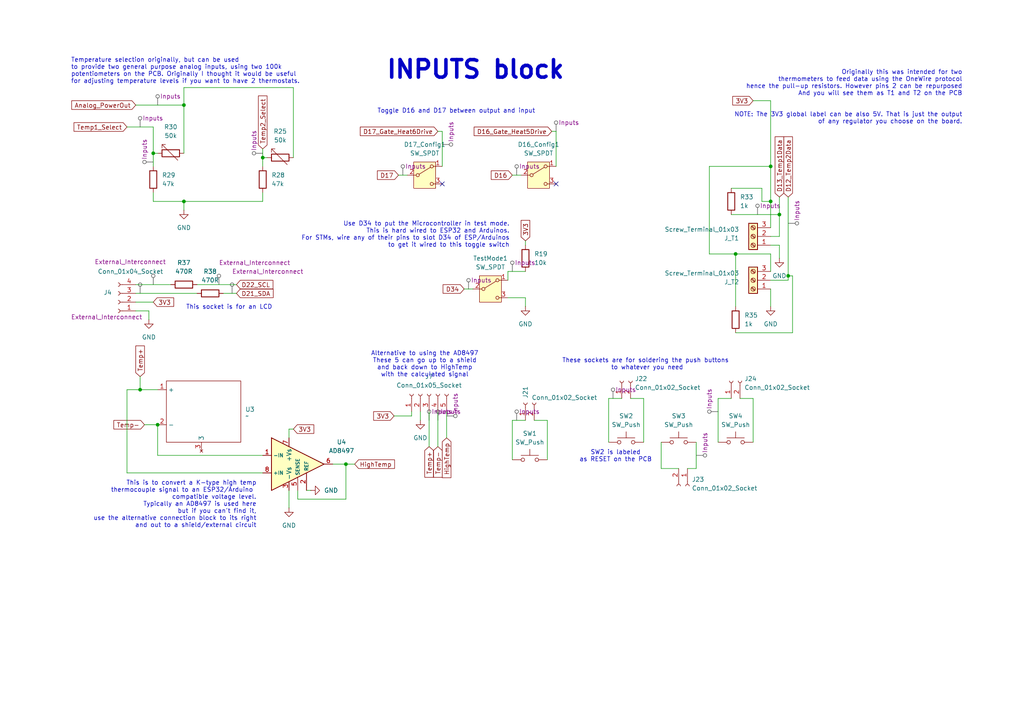
<source format=kicad_sch>
(kicad_sch (version 20250114) (generator "eeschema") (generator_version "9.0")
  (paper "A4")
  (lib_symbols
    (symbol "Connector:Conn_01x02_Socket" (pin_names (offset 1.016) (hide yes))
      (property "Reference" "J" (at 0 2.54 0))
      (property "Value" "Conn_01x02_Socket" (at 0 -5.08 0))
      (symbol "Conn_01x02_Socket_1_1"
        (polyline (pts (xy -1.27 0) (xy -0.508 0)) (stroke (width 0.1524)))
        (polyline (pts (xy -1.27 -2.54) (xy -0.508 -2.54)) (stroke (width 0.1524)))
        (arc (start 0 -0.508) (mid -0.5058 0) (end 0 0.508) (stroke (width 0.1524)))
        (arc (start 0 -3.048) (mid -0.5058 -2.54) (end 0 -2.032) (stroke (width 0.1524)))
        (pin passive line (at -5.08 0 0) (length 3.81) (name "Pin_1") (number "1"))
        (pin passive line (at -5.08 -2.54 0) (length 3.81) (name "Pin_2") (number "2"))
      )
    )
    (symbol "Connector:Conn_01x04_Socket" (pin_names (offset 1.016) (hide yes))
      (property "Reference" "J" (at 0 5.08 0))
      (property "Value" "Conn_01x04_Socket" (at 0 -7.62 0))
      (symbol "Conn_01x04_Socket_1_1"
        (polyline (pts (xy -1.27 2.54) (xy -0.508 2.54)) (stroke (width 0.1524)))
        (polyline (pts (xy -1.27 0) (xy -0.508 0)) (stroke (width 0.1524)))
        (polyline (pts (xy -1.27 -2.54) (xy -0.508 -2.54)) (stroke (width 0.1524)))
        (polyline (pts (xy -1.27 -5.08) (xy -0.508 -5.08)) (stroke (width 0.1524)))
        (arc (start 0 2.032) (mid -0.5058 2.54) (end 0 3.048) (stroke (width 0.1524)))
        (arc (start 0 -0.508) (mid -0.5058 0) (end 0 0.508) (stroke (width 0.1524)))
        (arc (start 0 -3.048) (mid -0.5058 -2.54) (end 0 -2.032) (stroke (width 0.1524)))
        (arc (start 0 -5.588) (mid -0.5058 -5.08) (end 0 -4.572) (stroke (width 0.1524)))
        (pin passive line (at -5.08 2.54 0) (length 3.81) (name "Pin_1") (number "1"))
        (pin passive line (at -5.08 0 0) (length 3.81) (name "Pin_2") (number "2"))
        (pin passive line (at -5.08 -2.54 0) (length 3.81) (name "Pin_3") (number "3"))
        (pin passive line (at -5.08 -5.08 0) (length 3.81) (name "Pin_4") (number "4"))
      )
    )
    (symbol "Connector:Conn_01x05_Socket" (pin_names (offset 1.016) (hide yes))
      (property "Reference" "J" (at 0 7.62 0))
      (property "Value" "Conn_01x05_Socket" (at 0 -7.62 0))
      (symbol "Conn_01x05_Socket_1_1"
        (polyline (pts (xy -1.27 5.08) (xy -0.508 5.08)) (stroke (width 0.1524)))
        (polyline (pts (xy -1.27 2.54) (xy -0.508 2.54)) (stroke (width 0.1524)))
        (polyline (pts (xy -1.27 0) (xy -0.508 0)) (stroke (width 0.1524)))
        (polyline (pts (xy -1.27 -2.54) (xy -0.508 -2.54)) (stroke (width 0.1524)))
        (polyline (pts (xy -1.27 -5.08) (xy -0.508 -5.08)) (stroke (width 0.1524)))
        (arc (start 0 4.572) (mid -0.5058 5.08) (end 0 5.588) (stroke (width 0.1524)))
        (arc (start 0 2.032) (mid -0.5058 2.54) (end 0 3.048) (stroke (width 0.1524)))
        (arc (start 0 -0.508) (mid -0.5058 0) (end 0 0.508) (stroke (width 0.1524)))
        (arc (start 0 -3.048) (mid -0.5058 -2.54) (end 0 -2.032) (stroke (width 0.1524)))
        (arc (start 0 -5.588) (mid -0.5058 -5.08) (end 0 -4.572) (stroke (width 0.1524)))
        (pin passive line (at -5.08 5.08 0) (length 3.81) (name "Pin_1") (number "1"))
        (pin passive line (at -5.08 2.54 0) (length 3.81) (name "Pin_2") (number "2"))
        (pin passive line (at -5.08 0 0) (length 3.81) (name "Pin_3") (number "3"))
        (pin passive line (at -5.08 -2.54 0) (length 3.81) (name "Pin_4") (number "4"))
        (pin passive line (at -5.08 -5.08 0) (length 3.81) (name "Pin_5") (number "5"))
      )
    )
    (symbol "Connector:Screw_Terminal_01x03" (pin_names (offset 1.016) (hide yes))
      (property "Reference" "J" (at 0 5.08 0))
      (property "Value" "Screw_Terminal_01x03" (at 0 -5.08 0))
      (symbol "Screw_Terminal_01x03_1_1"
        (rectangle (start -1.27 3.81) (end 1.27 -3.81) (stroke (width 0.254)) (fill (type background)))
        (polyline (pts (xy -0.5334 2.8702) (xy 0.3302 2.032)) (stroke (width 0.1524)))
        (polyline (pts (xy -0.5334 0.3302) (xy 0.3302 -0.508)) (stroke (width 0.1524)))
        (polyline (pts (xy -0.5334 -2.2098) (xy 0.3302 -3.048)) (stroke (width 0.1524)))
        (polyline (pts (xy -0.3556 3.048) (xy 0.508 2.2098)) (stroke (width 0.1524)))
        (polyline (pts (xy -0.3556 0.508) (xy 0.508 -0.3302)) (stroke (width 0.1524)))
        (polyline (pts (xy -0.3556 -2.032) (xy 0.508 -2.8702)) (stroke (width 0.1524)))
        (circle (center 0 2.54) (radius 0.635) (stroke (width 0.1524)))
        (circle (center 0 0) (radius 0.635) (stroke (width 0.1524)))
        (circle (center 0 -2.54) (radius 0.635) (stroke (width 0.1524)))
        (pin passive line (at -5.08 2.54 0) (length 3.81) (name "Pin_1") (number "1"))
        (pin passive line (at -5.08 0 0) (length 3.81) (name "Pin_2") (number "2"))
        (pin passive line (at -5.08 -2.54 0) (length 3.81) (name "Pin_3") (number "3"))
      )
    )
    (symbol "Device:R" (pin_numbers (hide yes)) (pin_names (offset 0))
      (property "Reference" "R" (at 2.032 0 90))
      (property "Value" "R" (at 0 0 90))
      (symbol "R_0_1"
        (rectangle (start -1.016 -2.54) (end 1.016 2.54) (stroke (width 0.254)))
      )
      (symbol "R_1_1"
        (pin passive line (at 0 3.81 270) (length 1.27) (name "~") (number "1"))
        (pin passive line (at 0 -3.81 90) (length 1.27) (name "~") (number "2"))
      )
    )
    (symbol "Device:R_Variable" (pin_numbers (hide yes)) (pin_names (offset 0))
      (property "Reference" "R" (at 2.54 -2.54 90))
      (property "Value" "R_Variable" (at -2.54 -1.27 90))
      (symbol "R_Variable_0_1"
        (rectangle (start -1.016 -2.54) (end 1.016 2.54) (stroke (width 0.254)))
        (polyline (pts (xy 2.54 1.524) (xy 2.54 2.54) (xy 1.524 2.54) (xy 2.54 2.54) (xy -2.032 -2.032)))
      )
      (symbol "R_Variable_1_1"
        (pin passive line (at 0 3.81 270) (length 1.27) (name "~") (number "1"))
        (pin passive line (at 0 -3.81 90) (length 1.27) (name "~") (number "2"))
      )
    )
    (symbol "Sensor_Temperature:AD8497"
      (property "Reference" "U" (at 5.08 3.81 0))
      (property "Value" "AD8497" (at 8.89 -3.81 0))
      (symbol "AD8497_0_1"
        (polyline (pts (xy -7.62 7.62) (xy 7.62 0) (xy -7.62 -7.62) (xy -7.62 7.62)) (stroke (width 0.254)) (fill (type background)))
      )
      (symbol "AD8497_1_1"
        (pin input line (at -10.16 2.54 0) (length 2.54) (name "-IN") (number "1"))
        (pin input line (at -10.16 -2.54 0) (length 2.54) (name "+IN") (number "8"))
        (pin no_connect line (at -5.08 0 180) (length 2.54) (hide yes) (name "NC") (number "4"))
        (pin power_in line (at -2.54 7.62 270) (length 2.54) (name "+Vs") (number "7"))
        (pin power_in line (at -2.54 -7.62 90) (length 2.54) (name "-Vs") (number "3"))
        (pin passive line (at 0 -7.62 90) (length 3.81) (name "SENSE") (number "5"))
        (pin input line (at 2.54 -7.62 90) (length 5.08) (name "REF") (number "2"))
        (pin output line (at 10.16 0 180) (length 2.54) (name "~") (number "6"))
      )
    )
    (symbol "Switch:SW_Push" (pin_numbers (hide yes)) (pin_names (offset 1.016) (hide yes))
      (property "Reference" "SW" (at 1.27 2.54 0))
      (property "Value" "SW_Push" (at 0 -1.524 0))
      (symbol "SW_Push_0_1"
        (circle (center -2.032 0) (radius 0.508))
        (polyline (pts (xy 0 1.27) (xy 0 3.048)))
        (circle (center 2.032 0) (radius 0.508))
        (polyline (pts (xy 2.54 1.27) (xy -2.54 1.27)))
        (pin passive line (at -5.08 0 0) (length 2.54) (name "1") (number "1"))
        (pin passive line (at 5.08 0 180) (length 2.54) (name "2") (number "2"))
      )
    )
    (symbol "Switch:SW_SPDT" (pin_names (offset 0) (hide yes))
      (property "Reference" "SW" (at 0 5.08 0))
      (property "Value" "SW_SPDT" (at 0 -5.08 0))
      (symbol "SW_SPDT_0_1"
        (circle (center -2.032 0) (radius 0.4572))
        (polyline (pts (xy -1.651 0.254) (xy 1.651 2.286)))
        (circle (center 2.032 2.54) (radius 0.4572))
        (circle (center 2.032 -2.54) (radius 0.4572))
      )
      (symbol "SW_SPDT_1_1"
        (rectangle (start -3.175 3.81) (end 3.175 -3.81) (fill (type background)))
        (pin passive line (at -5.08 0 0) (length 2.54) (name "B") (number "2"))
        (pin passive line (at 5.08 2.54 180) (length 2.54) (name "A") (number "1"))
        (pin passive line (at 5.08 -2.54 180) (length 2.54) (name "C") (number "3"))
      )
    )
    (symbol "ktype:k-type"
      (property "Reference" "U" (at 0 0 0))
      (symbol "k-type_0_1"
        (rectangle (start -10.16 8.89) (end 11.43 -8.89))
      )
      (symbol "k-type_1_1"
        (pin input line (at -12.7 6.35 0) (length 2.54) (name "+") (number "1"))
        (pin input line (at -12.7 -3.81 0) (length 2.54) (name "-") (number "2"))
        (pin no_connect line (at 0 -11.43 90) (length 2.54) (name "3") (number "3"))
      )
    )
    (symbol "power:GND" (power) (pin_numbers (hide yes)) (pin_names (offset 0) (hide yes))
      (property "Value" "GND" (at 0 -3.81 0))
      (symbol "GND_0_1"
        (polyline (pts (xy 0 0) (xy 0 -1.27) (xy 1.27 -1.27) (xy 0 -2.54) (xy -1.27 -1.27) (xy 0 -1.27)))
      )
      (symbol "GND_1_1"
        (pin power_in line (at 0 0 270) (length 0) (name "~") (number "1"))
      )
    )
  )
  (text "INPUTS block" (at 137.922 20.32 0) (effects (font (size 5.08 5.08) (thickness 1.016) (bold yes))))
  (text "Originally this was intended for two\nthermometers to feed data using the OneWire protocol\nhence the pull-up resistors. However pins 2 can be repurposed\nAnd you will see them as T1 and T2 on the PCB\n\n\nNOTE: The 3V3 global label can be also 5V. That is just the output\nof any regulator you choose on the board." (at 279.146 28.194 0) (effects (font (size 1.27 1.27)) (justify right)))
  (text "Use D34 to put the Microcontroller in test mode.\nThis is hard wired to ESP32 and Arduinos.\nFor STMs, wire any of their pins to slot D34 of ESP/Arduinos\nto get it wired to this toggle switch" (at 147.828 68.072 0) (effects (font (size 1.27 1.27)) (justify right)))
  (text "These sockets are for soldering the push buttons \nto whatever you need" (at 187.706 105.664 0) (effects (font (size 1.27 1.27))))
  (text "Alternative to using the AD8497\nThese 5 can go up to a shield\nand back down to HighTemp\nwith the calculated signal\n" (at 123.19 105.664 0) (effects (font (size 1.27 1.27))))
  (text "Temperature selection originally, but can be used\nto provide two general purpose analog inputs, using two 100k\npotentiometers on the PCB. Originally I thought it would be useful\nfor adjusting temperature levels if you want to have 2 thermostats." (at 20.574 20.574 0) (effects (font (size 1.27 1.27)) (justify left)))
  (text "SW2 is labeled\nas RESET on the PCB" (at 178.562 132.334 0) (effects (font (size 1.27 1.27))))
  (text "This socket is for an LCD" (at 78.994 89.154 0) (effects (font (size 1.27 1.27)) (justify right)))
  (text "This is to convert a K-type high temp\nthermocouple signal to an ESP32/Arduino \ncompatible voltage level.\nTypically an AD8497 is used here\nbut if you can't find it,\nuse the alternative connection block to its right\nand out to a shield/external circuit" (at 74.422 146.304 0) (effects (font (size 1.27 1.27)) (justify right)))
  (text "Toggle D16 and D17 between output and input" (at 132.334 32.258 0) (effects (font (size 1.27 1.27))))
  (junction (at 53.34 58.42))
  (junction (at 213.36 73.66))
  (junction (at 223.52 48.26))
  (junction (at 53.34 30.48))
  (junction (at 223.52 58.42))
  (junction (at 44.45 44.45))
  (junction (at 226.06 62.23))
  (junction (at 76.2 45.72))
  (junction (at 100.33 134.62))
  (junction (at 228.6 80.01))
  (junction (at 40.64 113.03))
  (junction (at 45.72 123.19))
  (no_connect (at 128.27 53.34))
  (no_connect (at 161.29 53.34))
  (wire (pts (xy 212.09 54.61) (xy 220.98 54.61)))
  (wire (pts (xy 212.09 62.23) (xy 226.06 62.23)))
  (wire (pts (xy 44.45 55.88) (xy 44.45 58.42)))
  (wire (pts (xy 39.37 85.09) (xy 57.15 85.09)))
  (wire (pts (xy 127 119.38) (xy 127 129.54)))
  (wire (pts (xy 147.32 86.36) (xy 152.4 86.36)))
  (wire (pts (xy 218.44 128.27) (xy 218.44 115.57)))
  (wire (pts (xy 44.45 58.42) (xy 53.34 58.42)))
  (wire (pts (xy 191.77 135.89) (xy 196.85 135.89)))
  (wire (pts (xy 218.44 115.57) (xy 214.63 115.57)))
  (wire (pts (xy 76.2 45.72) (xy 76.2 43.18)))
  (wire (pts (xy 96.52 134.62) (xy 100.33 134.62)))
  (wire (pts (xy 148.59 50.8) (xy 151.13 50.8)))
  (wire (pts (xy 36.83 137.16) (xy 36.83 113.03)))
  (wire (pts (xy 76.2 45.72) (xy 76.2 48.26)))
  (wire (pts (xy 119.38 119.38) (xy 119.38 120.65)))
  (wire (pts (xy 40.64 109.22) (xy 40.64 113.03)))
  (wire (pts (xy 127 38.1) (xy 128.27 38.1)))
  (wire (pts (xy 229.87 96.52) (xy 229.87 80.01)))
  (wire (pts (xy 53.34 30.48) (xy 53.34 44.45)))
  (wire (pts (xy 39.37 82.55) (xy 49.53 82.55)))
  (wire (pts (xy 129.54 119.38) (xy 129.54 127)))
  (wire (pts (xy 85.09 124.46) (xy 83.82 124.46)))
  (wire (pts (xy 83.82 142.24) (xy 83.82 147.32)))
  (wire (pts (xy 86.36 144.78) (xy 100.33 144.78)))
  (wire (pts (xy 205.74 48.26) (xy 223.52 48.26)))
  (wire (pts (xy 77.47 45.72) (xy 76.2 45.72)))
  (wire (pts (xy 158.75 121.92) (xy 154.94 121.92)))
  (wire (pts (xy 44.45 44.45) (xy 44.45 48.26)))
  (wire (pts (xy 45.72 44.45) (xy 44.45 44.45)))
  (wire (pts (xy 76.2 132.08) (xy 45.72 132.08)))
  (wire (pts (xy 152.4 78.74) (xy 147.32 78.74)))
  (wire (pts (xy 223.52 58.42) (xy 223.52 66.04)))
  (wire (pts (xy 147.32 78.74) (xy 147.32 81.28)))
  (wire (pts (xy 44.45 36.83) (xy 36.83 36.83)))
  (wire (pts (xy 226.06 71.12) (xy 226.06 74.93)))
  (wire (pts (xy 220.98 54.61) (xy 220.98 58.42)))
  (wire (pts (xy 64.77 85.09) (xy 68.58 85.09)))
  (wire (pts (xy 205.74 73.66) (xy 205.74 48.26)))
  (wire (pts (xy 223.52 29.21) (xy 223.52 48.26)))
  (wire (pts (xy 208.28 115.57) (xy 212.09 115.57)))
  (wire (pts (xy 41.91 123.19) (xy 45.72 123.19)))
  (wire (pts (xy 186.69 115.57) (xy 182.88 115.57)))
  (wire (pts (xy 124.46 129.54) (xy 124.46 119.38)))
  (wire (pts (xy 223.52 73.66) (xy 213.36 73.66)))
  (wire (pts (xy 148.59 121.92) (xy 152.4 121.92)))
  (wire (pts (xy 39.37 30.48) (xy 53.34 30.48)))
  (wire (pts (xy 213.36 73.66) (xy 213.36 88.9)))
  (wire (pts (xy 128.27 48.26) (xy 128.27 38.1)))
  (wire (pts (xy 44.45 36.83) (xy 44.45 44.45)))
  (wire (pts (xy 100.33 134.62) (xy 102.87 134.62)))
  (wire (pts (xy 86.36 142.24) (xy 86.36 144.78)))
  (wire (pts (xy 76.2 55.88) (xy 76.2 58.42)))
  (wire (pts (xy 57.15 82.55) (xy 68.58 82.55)))
  (wire (pts (xy 53.34 25.4) (xy 53.34 30.48)))
  (wire (pts (xy 223.52 83.82) (xy 223.52 88.9)))
  (wire (pts (xy 213.36 96.52) (xy 229.87 96.52)))
  (wire (pts (xy 134.62 83.82) (xy 137.16 83.82)))
  (wire (pts (xy 85.09 25.4) (xy 85.09 45.72)))
  (wire (pts (xy 158.75 133.35) (xy 158.75 121.92)))
  (wire (pts (xy 226.06 57.15) (xy 226.06 62.23)))
  (wire (pts (xy 40.64 113.03) (xy 45.72 113.03)))
  (wire (pts (xy 228.6 57.15) (xy 228.6 80.01)))
  (wire (pts (xy 53.34 58.42) (xy 53.34 60.96)))
  (wire (pts (xy 114.3 120.65) (xy 119.38 120.65)))
  (wire (pts (xy 223.52 68.58) (xy 226.06 68.58)))
  (wire (pts (xy 218.44 29.21) (xy 223.52 29.21)))
  (wire (pts (xy 121.92 119.38) (xy 121.92 121.92)))
  (wire (pts (xy 220.98 58.42) (xy 223.52 58.42)))
  (wire (pts (xy 191.77 128.27) (xy 191.77 135.89)))
  (wire (pts (xy 226.06 68.58) (xy 226.06 62.23)))
  (wire (pts (xy 228.6 81.28) (xy 228.6 80.01)))
  (wire (pts (xy 186.69 128.27) (xy 186.69 115.57)))
  (wire (pts (xy 39.37 87.63) (xy 44.45 87.63)))
  (wire (pts (xy 208.28 128.27) (xy 208.28 115.57)))
  (wire (pts (xy 223.52 71.12) (xy 226.06 71.12)))
  (wire (pts (xy 83.82 124.46) (xy 83.82 127)))
  (wire (pts (xy 160.02 38.1) (xy 161.29 38.1)))
  (wire (pts (xy 53.34 58.42) (xy 76.2 58.42)))
  (wire (pts (xy 176.53 115.57) (xy 180.34 115.57)))
  (wire (pts (xy 161.29 48.26) (xy 161.29 38.1)))
  (wire (pts (xy 223.52 48.26) (xy 223.52 58.42)))
  (wire (pts (xy 213.36 73.66) (xy 205.74 73.66)))
  (wire (pts (xy 43.18 90.17) (xy 43.18 92.71)))
  (wire (pts (xy 115.57 50.8) (xy 118.11 50.8)))
  (wire (pts (xy 152.4 69.85) (xy 152.4 71.12)))
  (wire (pts (xy 39.37 90.17) (xy 43.18 90.17)))
  (wire (pts (xy 76.2 137.16) (xy 36.83 137.16)))
  (wire (pts (xy 88.9 142.24) (xy 90.17 142.24)))
  (wire (pts (xy 201.93 135.89) (xy 199.39 135.89)))
  (wire (pts (xy 100.33 144.78) (xy 100.33 134.62)))
  (wire (pts (xy 223.52 81.28) (xy 228.6 81.28)))
  (wire (pts (xy 223.52 78.74) (xy 223.52 73.66)))
  (wire (pts (xy 229.87 80.01) (xy 228.6 80.01)))
  (wire (pts (xy 176.53 128.27) (xy 176.53 115.57)))
  (wire (pts (xy 45.72 132.08) (xy 45.72 123.19)))
  (wire (pts (xy 152.4 86.36) (xy 152.4 88.9)))
  (wire (pts (xy 53.34 25.4) (xy 85.09 25.4)))
  (wire (pts (xy 148.59 133.35) (xy 148.59 121.92)))
  (wire (pts (xy 201.93 128.27) (xy 201.93 135.89)))
  (wire (pts (xy 36.83 113.03) (xy 40.64 113.03)))
  (global_label "D13_Temp1Data" (shape input) (at 226.06 57.15 90) (property "Intersheetrefs" "${INTERSHEET_REFS}" (effects (hide yes))))
  (global_label "3V3" (shape input) (at 218.44 29.21 180) (property "Intersheetrefs" "${INTERSHEET_REFS}" (effects (hide yes))))
  (global_label "3V3" (shape input) (at 152.4 69.85 90) (effects (font (thickness 0.1588))) (property "Intersheetrefs" "${INTERSHEET_REFS}" (effects (hide yes))))
  (global_label "HighTemp" (shape input) (at 102.87 134.62 0) (property "Intersheetrefs" "${INTERSHEET_REFS}" (effects (hide yes))))
  (global_label "Temp1_Select" (shape input) (at 36.83 36.83 180) (property "Intersheetrefs" "${INTERSHEET_REFS}" (effects (hide yes))))
  (global_label "D34" (shape input) (at 134.62 83.82 180) (property "Intersheetrefs" "${INTERSHEET_REFS}" (effects (hide yes))))
  (global_label "D22_SCL" (shape input) (at 68.58 82.55 0) (property "Intersheetrefs" "${INTERSHEET_REFS}" (effects (hide yes))))
  (global_label "Temp+" (shape input) (at 124.46 129.54 270) (property "Intersheetrefs" "${INTERSHEET_REFS}" (effects (hide yes))))
  (global_label "Temp-" (shape input) (at 127 129.54 270) (property "Intersheetrefs" "${INTERSHEET_REFS}" (effects (hide yes))))
  (global_label "D17" (shape input) (at 115.57 50.8 180) (property "Intersheetrefs" "${INTERSHEET_REFS}" (effects (hide yes))))
  (global_label "HighTemp" (shape input) (at 129.54 127 270) (property "Intersheetrefs" "${INTERSHEET_REFS}" (effects (hide yes))))
  (global_label "D16" (shape input) (at 148.59 50.8 180) (property "Intersheetrefs" "${INTERSHEET_REFS}" (effects (hide yes))))
  (global_label "3V3" (shape input) (at 114.3 120.65 180) (property "Intersheetrefs" "${INTERSHEET_REFS}" (effects (hide yes))))
  (global_label "D16_Gate_Heat5Drive" (shape input) (at 160.02 38.1 180) (effects (font (thickness 0.1588))) (property "Intersheetrefs" "${INTERSHEET_REFS}" (effects (hide yes))))
  (global_label "Temp2_Select" (shape input) (at 76.2 43.18 90) (property "Intersheetrefs" "${INTERSHEET_REFS}" (effects (hide yes))))
  (global_label "3V3" (shape input) (at 44.45 87.63 0) (property "Intersheetrefs" "${INTERSHEET_REFS}" (effects (hide yes))))
  (global_label "D17_Gate_Heat6Drive" (shape input) (at 127 38.1 180) (effects (font (thickness 0.1588))) (property "Intersheetrefs" "${INTERSHEET_REFS}" (effects (hide yes))))
  (global_label "3V3" (shape input) (at 85.09 124.46 0) (property "Intersheetrefs" "${INTERSHEET_REFS}" (effects (hide yes))))
  (global_label "D21_SDA" (shape input) (at 68.58 85.09 0) (property "Intersheetrefs" "${INTERSHEET_REFS}" (effects (hide yes))))
  (global_label "Temp-" (shape input) (at 41.91 123.19 180) (property "Intersheetrefs" "${INTERSHEET_REFS}" (effects (hide yes))))
  (global_label "D12_Temp2Data" (shape input) (at 228.6 57.15 90) (property "Intersheetrefs" "${INTERSHEET_REFS}" (effects (hide yes))))
  (global_label "Analog_PowerOut" (shape input) (at 39.37 30.48 180) (property "Intersheetrefs" "${INTERSHEET_REFS}" (effects (hide yes))))
  (global_label "Temp+" (shape input) (at 40.64 109.22 90) (property "Intersheetrefs" "${INTERSHEET_REFS}" (effects (hide yes))))
  (netclass_flag "" (length 2.54) (shape round) (at 45.72 30.48 0) (property "Netclass" "Inputs" (at 46.4185 27.94 0) (effects (justify left))))
  (netclass_flag "" (length 2.54) (shape round) (at 208.28 119.38 90) (property "Netclass" "Inputs" (at 205.74 118.6815 90) (effects (justify left))))
  (netclass_flag "" (length 2.54) (shape round) (at 44.45 46.99 90) (property "Netclass" "Inputs" (at 41.91 46.2915 90) (effects (justify left))))
  (netclass_flag "" (length 2.54) (shape round) (at 67.31 85.09 0) (property "Netclass" "External_Interconnect" (at 67.31 78.74 0) (effects (justify left))))
  (netclass_flag "" (length 2.54) (shape round) (at 40.64 36.83 0) (property "Netclass" "Inputs" (at 41.3385 34.29 0) (effects (justify left))))
  (netclass_flag "" (length 2.54) (shape round) (at 116.84 50.8 0) (property "Netclass" "Inputs" (at 117.5385 48.26 0) (effects (justify left))))
  (netclass_flag "" (length 2.54) (shape round) (at 148.59 78.74 0) (property "Netclass" "Inputs" (at 149.2885 76.2 0) (effects (justify left))))
  (netclass_flag "" (length 2.54) (shape round) (at 124.46 121.92 0) (property "Netclass" "Inputs" (at 125.1585 119.38 0) (effects (justify left))))
  (netclass_flag "" (length 2.54) (shape round) (at 128.27 41.91 270) (property "Netclass" "Inputs" (at 130.81 41.2115 90) (effects (justify left))))
  (netclass_flag "" (length 2.54) (shape round) (at 149.86 50.8 0) (property "Netclass" "Inputs" (at 150.5585 48.26 0) (effects (justify left))))
  (netclass_flag "" (length 2.54) (shape round) (at 177.8 115.57 0) (property "Netclass" "Inputs" (at 178.4985 113.03 0) (effects (justify left))))
  (netclass_flag "" (length 2.54) (shape round) (at 127 121.92 0) (property "Netclass" "Inputs" (at 127.6985 119.38 0) (effects (justify left))))
  (netclass_flag "" (length 2.54) (shape round) (at 129.54 120.65 270) (property "Netclass" "Inputs" (at 132.08 119.9515 90) (effects (justify left))))
  (netclass_flag "" (length 2.54) (shape round) (at 201.93 132.08 270) (property "Netclass" "Inputs" (at 204.47 131.3815 90) (effects (justify left))))
  (netclass_flag "" (length 2.54) (shape round) (at 228.6 64.77 270) (property "Netclass" "Inputs" (at 231.14 64.0715 90) (effects (justify left))))
  (netclass_flag "" (length 2.54) (shape round) (at 63.5 82.55 0) (property "Netclass" "External_Interconnect" (at 63.5 76.2 0) (effects (justify left))))
  (netclass_flag "" (length 2.54) (shape round) (at 76.2 44.45 90) (property "Netclass" "Inputs" (at 73.66 43.7515 90) (effects (justify left))))
  (netclass_flag "" (length 2.54) (shape round) (at 219.71 62.23 0) (property "Netclass" "Inputs" (at 220.4085 59.69 0) (effects (justify left))))
  (netclass_flag "" (length 2.54) (shape round) (at 135.89 83.82 0) (property "Netclass" "Inputs" (at 136.5885 81.28 0) (effects (justify left))))
  (netclass_flag "" (length 2.54) (shape round) (at 44.45 82.55 0) (property "Netclass" "External_Interconnect" (at 27.432 75.946 0) (effects (justify left))))
  (netclass_flag "" (length 2.54) (shape round) (at 40.64 85.09 0) (property "Netclass" "External_Interconnect" (at 20.574 91.948 0) (effects (justify left))))
  (netclass_flag "" (length 2.54) (shape round) (at 149.86 121.92 0) (property "Netclass" "Inputs" (at 150.5585 119.38 0) (effects (justify left))))
  (netclass_flag "" (length 2.54) (shape round) (at 161.29 38.1 0) (property "Netclass" "Inputs" (at 161.9885 35.56 0) (effects (justify left))))
  (symbol (lib_id "power:GND") (at 53.34 60.96 0) (unit 1)
    (property "Reference" "#PWR057" (effects (hide yes)))
    (property "Value" "GND" (at 53.34 66.04 0))
    (property "Description" "Power symbol creates a global label with name \"GND\" , ground" (effects (hide yes)))
  )
  (symbol (lib_id "Connector:Screw_Terminal_01x03") (at 218.44 81.28 180) (unit 1)
    (property "Reference" "J_T2" (at 214.376 81.788 0) (effects (justify left)))
    (property "Value" "Screw_Terminal_01x03" (at 214.376 79.248 0) (effects (justify left)))
    (property "Footprint" "TerminalBlock:TerminalBlock_bornier-3_P5.08mm" (effects (hide yes)))
    (property "Description" "Generic screw terminal, single row, 01x03, script generated (kicad-library-utils/schlib/autogen/connector/)" (effects (hide yes)))
  )
  (symbol (lib_id "Device:R_Variable") (at 81.28 45.72 90) (unit 1)
    (property "Reference" "R25" (at 81.28 38.1 90))
    (property "Value" "50k" (at 81.28 40.64 90))
    (property "Footprint" "Potentiometer_THT:Potentiometer_Piher_PT-6-V_Vertical_Hole" (effects (hide yes)))
    (property "Description" "Variable resistor" (effects (hide yes)))
  )
  (symbol (lib_id "Device:R") (at 53.34 82.55 90) (unit 1)
    (property "Reference" "R37" (at 53.34 76.2 90))
    (property "Value" "470R" (at 53.34 78.74 90))
    (property "Footprint" "TO220:R_Axial_Clean" (effects (hide yes)))
    (property "Description" "Resistor" (effects (hide yes)))
  )
  (symbol (lib_id "Switch:SW_Push") (at 153.67 133.35 0) (unit 1)
    (property "Reference" "SW1" (at 153.67 125.73 0))
    (property "Value" "SW_Push" (at 153.67 128.27 0))
    (property "Footprint" "Button_Switch_THT:SW_PUSH_6mm" (effects (hide yes)))
    (property "Description" "Push button switch, generic, two pins" (effects (hide yes)))
  )
  (symbol (lib_id "power:GND") (at 152.4 88.9 0) (unit 1)
    (property "Reference" "#PWR056" (effects (hide yes)))
    (property "Value" "GND" (at 152.4 93.98 0))
    (property "Description" "Power symbol creates a global label with name \"GND\" , ground" (effects (hide yes)))
  )
  (symbol (lib_id "Device:R") (at 213.36 92.71 180) (unit 1)
    (property "Reference" "R35" (at 215.9 91.4399 0) (effects (justify right)))
    (property "Value" "1k" (at 215.9 93.9799 0) (effects (justify right)))
    (property "Footprint" "TO220:R_Axial_Clean" (effects (hide yes)))
    (property "Description" "Resistor" (effects (hide yes)))
  )
  (symbol (lib_id "Device:R") (at 76.2 52.07 0) (unit 1)
    (property "Reference" "R28" (at 78.74 50.7999 0) (effects (justify left)))
    (property "Value" "47k" (at 78.74 53.3399 0) (effects (justify left)))
    (property "Footprint" "TO220:R_Axial_Clean" (effects (hide yes)))
    (property "Description" "Resistor" (effects (hide yes)))
  )
  (symbol (lib_id "Device:R_Variable") (at 49.53 44.45 90) (unit 1)
    (property "Reference" "R30" (at 49.53 36.83 90))
    (property "Value" "50k" (at 49.53 39.37 90))
    (property "Footprint" "Potentiometer_THT:Potentiometer_Piher_PT-6-V_Vertical_Hole" (effects (hide yes)))
    (property "Description" "Variable resistor" (effects (hide yes)))
  )
  (symbol (lib_id "Connector:Conn_01x02_Socket") (at 180.34 110.49 90) (unit 1)
    (property "Reference" "J22" (at 184.15 109.8549 90) (effects (justify right)))
    (property "Value" "Conn_01x02_Socket" (at 184.15 112.3949 90) (effects (justify right)))
    (property "Footprint" "Connector_PinSocket_2.54mm:PinSocket_1x02_P2.54mm_Vertical" (effects (hide yes)))
    (property "Description" "Generic connector, single row, 01x02, script generated" (effects (hide yes)))
  )
  (symbol (lib_id "Switch:SW_Push") (at 181.61 128.27 0) (unit 1)
    (property "Reference" "SW2" (at 181.61 120.65 0))
    (property "Value" "SW_Push" (at 181.61 123.19 0))
    (property "Footprint" "Button_Switch_THT:SW_PUSH_6mm" (effects (hide yes)))
    (property "Description" "Push button switch, generic, two pins" (effects (hide yes)))
  )
  (symbol (lib_id "power:GND") (at 226.06 74.93 0) (unit 1)
    (property "Reference" "#PWR058" (effects (hide yes)))
    (property "Value" "GND" (at 226.06 80.01 0))
    (property "Description" "Power symbol creates a global label with name \"GND\" , ground" (effects (hide yes)))
  )
  (symbol (lib_id "Connector:Conn_01x02_Socket") (at 212.09 110.49 90) (unit 1)
    (property "Reference" "J24" (at 215.9 109.8549 90) (effects (justify right)))
    (property "Value" "Conn_01x02_Socket" (at 215.9 112.3949 90) (effects (justify right)))
    (property "Footprint" "Connector_PinSocket_2.54mm:PinSocket_1x02_P2.54mm_Vertical" (effects (hide yes)))
    (property "Description" "Generic connector, single row, 01x02, script generated" (effects (hide yes)))
  )
  (symbol (lib_id "power:GND") (at 83.82 147.32 0) (unit 1)
    (property "Reference" "#PWR061" (effects (hide yes)))
    (property "Value" "GND" (at 83.82 152.4 0))
    (property "Description" "Power symbol creates a global label with name \"GND\" , ground" (effects (hide yes)))
  )
  (symbol (lib_id "ktype:k-type") (at 58.42 119.38 0) (unit 1)
    (property "Reference" "U3" (at 71.12 118.7449 0) (effects (justify left)))
    (property "Value" "~" (at 71.12 120.65 0) (effects (justify left)))
    (property "Footprint" "termocuplu:k type" (effects (hide yes)))
  )
  (symbol (lib_id "Connector:Conn_01x02_Socket") (at 152.4 116.84 90) (unit 1)
    (property "Reference" "J21" (at 152.3999 115.57 0) (effects (justify left)))
    (property "Value" "Conn_01x02_Socket" (at 173.228 115.316 90) (effects (justify left)))
    (property "Footprint" "Connector_PinSocket_2.54mm:PinSocket_1x02_P2.54mm_Vertical" (effects (hide yes)))
    (property "Description" "Generic connector, single row, 01x02, script generated" (effects (hide yes)))
  )
  (symbol (lib_id "power:GND") (at 90.17 142.24 90) (unit 1)
    (property "Reference" "#PWR062" (effects (hide yes)))
    (property "Value" "GND" (at 93.98 142.2399 90) (effects (justify right)))
    (property "Description" "Power symbol creates a global label with name \"GND\" , ground" (effects (hide yes)))
  )
  (symbol (lib_id "Device:R") (at 60.96 85.09 90) (unit 1)
    (property "Reference" "R38" (at 60.96 78.74 90))
    (property "Value" "470R" (at 60.96 81.28 90))
    (property "Footprint" "TO220:R_Axial_Clean" (effects (hide yes)))
    (property "Description" "Resistor" (effects (hide yes)))
  )
  (symbol (lib_id "Connector:Screw_Terminal_01x03") (at 218.44 68.58 180) (unit 1)
    (property "Reference" "J_T1" (at 214.376 69.088 0) (effects (justify left)))
    (property "Value" "Screw_Terminal_01x03" (at 214.376 66.548 0) (effects (justify left)))
    (property "Footprint" "TerminalBlock:TerminalBlock_bornier-3_P5.08mm" (effects (hide yes)))
    (property "Description" "Generic screw terminal, single row, 01x03, script generated (kicad-library-utils/schlib/autogen/connector/)" (effects (hide yes)))
  )
  (symbol (lib_id "Connector:Conn_01x04_Socket") (at 34.29 87.63 180) (unit 1)
    (property "Reference" "J4" (at 31.242 84.836 0))
    (property "Value" "Conn_01x04_Socket" (at 37.846 78.74 0))
    (property "Footprint" "Connector_PinSocket_2.54mm:PinSocket_1x04_P2.54mm_Vertical" (effects (hide yes)))
    (property "Description" "Generic connector, single row, 01x04, script generated" (effects (hide yes)))
  )
  (symbol (lib_id "Connector:Conn_01x02_Socket") (at 199.39 140.97 270) (unit 1)
    (property "Reference" "J23" (at 200.66 139.0649 90) (effects (justify left)))
    (property "Value" "Conn_01x02_Socket" (at 200.66 141.6049 90) (effects (justify left)))
    (property "Footprint" "Connector_PinSocket_2.54mm:PinSocket_1x02_P2.54mm_Vertical" (effects (hide yes)))
    (property "Description" "Generic connector, single row, 01x02, script generated" (effects (hide yes)))
  )
  (symbol (lib_id "power:GND") (at 43.18 92.71 0) (unit 1)
    (property "Reference" "#PWR055" (effects (hide yes)))
    (property "Value" "GND" (at 43.18 97.79 0))
    (property "Description" "Power symbol creates a global label with name \"GND\" , ground" (effects (hide yes)))
  )
  (symbol (lib_id "Device:R") (at 44.45 52.07 0) (unit 1)
    (property "Reference" "R29" (at 46.99 50.7999 0) (effects (justify left)))
    (property "Value" "47k" (at 46.99 53.3399 0) (effects (justify left)))
    (property "Footprint" "TO220:R_Axial_Clean" (effects (hide yes)))
    (property "Description" "Resistor" (effects (hide yes)))
  )
  (symbol (lib_id "Connector:Conn_01x05_Socket") (at 124.46 114.3 90) (unit 1)
    (property "Reference" "J7" (at 124.46 109.22 90))
    (property "Value" "Conn_01x05_Socket" (at 124.46 111.76 90))
    (property "Footprint" "Connector_PinSocket_2.54mm:PinSocket_1x05_P2.54mm_Vertical" (effects (hide yes)))
    (property "Description" "Generic connector, single row, 01x05, script generated" (effects (hide yes)))
  )
  (symbol (lib_id "Device:R") (at 152.4 74.93 180) (unit 1)
    (property "Reference" "R19" (at 154.94 73.6599 0) (effects (justify right)))
    (property "Value" "10k" (at 154.94 76.1999 0) (effects (justify right)))
    (property "Footprint" "TO220:R_Axial_Clean" (effects (hide yes)))
    (property "Description" "Resistor" (effects (hide yes)))
  )
  (symbol (lib_id "Device:R") (at 212.09 58.42 180) (unit 1)
    (property "Reference" "R33" (at 214.63 57.1499 0) (effects (justify right)))
    (property "Value" "1k" (at 214.63 59.6899 0) (effects (justify right)))
    (property "Footprint" "TO220:R_Axial_Clean" (effects (hide yes)))
    (property "Description" "Resistor" (effects (hide yes)))
  )
  (symbol (lib_id "Switch:SW_SPDT") (at 156.21 50.8 0) (unit 1)
    (property "Reference" "D16_Config1" (at 156.21 41.91 0))
    (property "Value" "SW_SPDT" (at 156.21 44.45 0))
    (property "Footprint" "Connector_PinHeader_2.54mm:PinHeader_1x03_P2.54mm_Vertical" (effects (hide yes)))
    (property "Description" "Switch, single pole double throw" (effects (hide yes)))
  )
  (symbol (lib_id "power:GND") (at 121.92 121.92 0) (unit 1)
    (property "Reference" "#PWR060" (effects (hide yes)))
    (property "Value" "GND" (at 121.92 127 0))
    (property "Description" "Power symbol creates a global label with name \"GND\" , ground" (effects (hide yes)))
  )
  (symbol (lib_id "Switch:SW_SPDT") (at 123.19 50.8 0) (unit 1)
    (property "Reference" "D17_Config1" (at 123.19 41.91 0))
    (property "Value" "SW_SPDT" (at 123.19 44.45 0))
    (property "Footprint" "Connector_PinHeader_2.54mm:PinHeader_1x03_P2.54mm_Vertical" (effects (hide yes)))
    (property "Description" "Switch, single pole double throw" (effects (hide yes)))
  )
  (symbol (lib_id "Sensor_Temperature:AD8497") (at 86.36 134.62 0) (unit 1)
    (property "Reference" "U4" (at 99.06 128.1998 0))
    (property "Value" "AD8497" (at 99.06 130.7398 0))
    (property "Footprint" "Package_SO:MSOP-8_3x3mm_P0.65mm" (effects (hide yes)))
    (property "Datasheet" "https://www.analog.com/media/en/technical-documentation/data-sheets/ad8494_8495_8496_8497.pdf" (effects (hide yes)))
    (property "Description" "Precision Thermocouple Amplifiers with Cold Junction Compensation, K-Type Thermocouple, 25 to 100C, MSOP-8" (effects (hide yes)))
  )
  (symbol (lib_id "Switch:SW_SPDT") (at 142.24 83.82 0) (unit 1)
    (property "Reference" "TestMode1" (at 142.24 74.93 0))
    (property "Value" "SW_SPDT" (at 142.24 77.47 0))
    (property "Footprint" "Connector_PinHeader_2.54mm:PinHeader_1x03_P2.54mm_Vertical" (effects (hide yes)))
    (property "Description" "Switch, single pole double throw" (effects (hide yes)))
  )
  (symbol (lib_id "power:GND") (at 223.52 88.9 0) (unit 1)
    (property "Reference" "#PWR059" (effects (hide yes)))
    (property "Value" "GND" (at 223.52 93.98 0))
    (property "Description" "Power symbol creates a global label with name \"GND\" , ground" (effects (hide yes)))
  )
  (symbol (lib_id "Switch:SW_Push") (at 213.36 128.27 0) (unit 1)
    (property "Reference" "SW4" (at 213.36 120.65 0))
    (property "Value" "SW_Push" (at 213.36 123.19 0))
    (property "Footprint" "Button_Switch_THT:SW_PUSH_6mm" (effects (hide yes)))
    (property "Description" "Push button switch, generic, two pins" (effects (hide yes)))
  )
  (symbol (lib_id "Switch:SW_Push") (at 196.85 128.27 0) (unit 1)
    (property "Reference" "SW3" (at 196.85 120.65 0))
    (property "Value" "SW_Push" (at 196.85 123.19 0))
    (property "Footprint" "Button_Switch_THT:SW_PUSH_6mm" (effects (hide yes)))
    (property "Description" "Push button switch, generic, two pins" (effects (hide yes)))
  )
)
</source>
